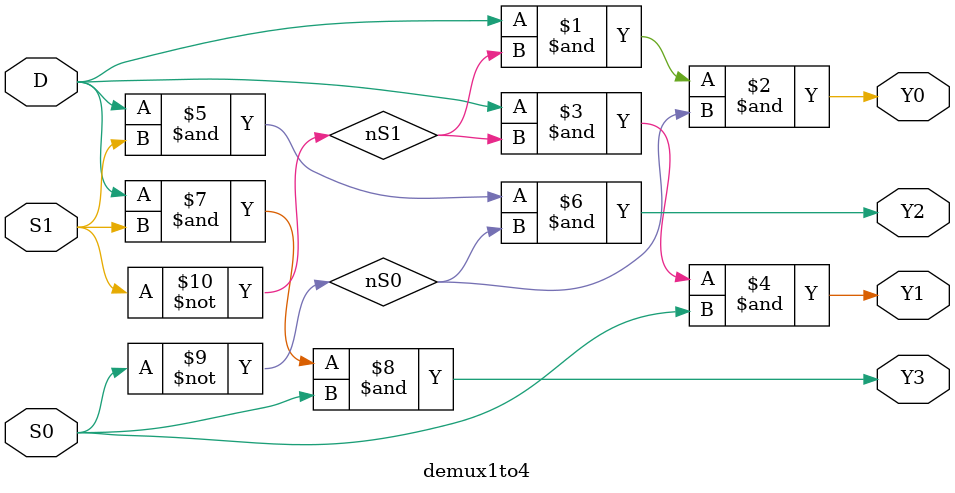
<source format=v>
module demux1to4(D, S0, S1, Y0, Y1, Y2, Y3);
    input D;
    input S0, S1;
    output Y0, Y1, Y2, Y3;

    wire nS0, nS1;

    not(nS0, S0);
    not(nS1, S1);

    and(Y0, D, nS1, nS0);
    and(Y1, D, nS1, S0);
    and(Y2, D, S1, nS0);
    and(Y3, D, S1, S0);
endmodule

</source>
